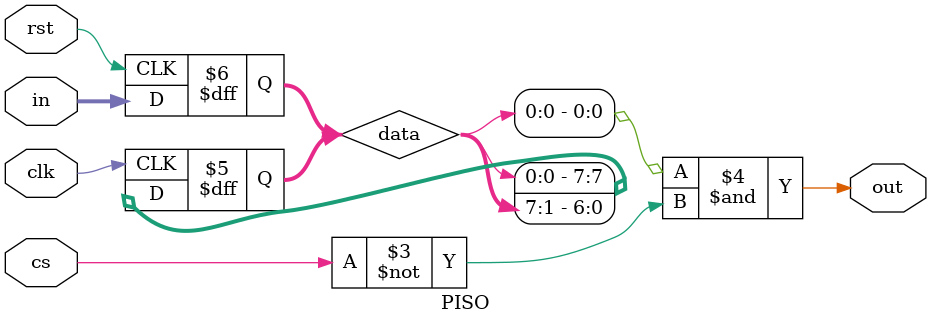
<source format=v>
module SPI_slave (sck,MISO,MOSI,cs);

    input wire sck,MOSI,cs;
    output wire MISO;

    reg[7:0] tx_data,rx_mem,tx_mem;
    wire[7:0] rx_data;
    reg rst,rx_done;
    wire out;
    SIPO Rx_buf (sck,rst,MOSI,rx_data,cs);
    PISO Tx_buf (sck,rst,tx_data,out,cs);

    reg [1:0] PS,NS;
    parameter Ideal =2'b00, Trans =2'b01, _end = 2'b10;

    initial begin
        PS<=2'b00;
        NS<=2'b00;
    end

    always @(posedge sck or cs) begin
        case (PS)        
            Ideal: begin
                if (cs == 1'b0) begin
                    tx_data <= tx_mem;
                    rst <=1'b0;
                    NS<=Trans;
                end
                else begin
                    NS <= Ideal;
                end
            end
            Trans: begin
                rst <= 1'b1;
                rx_done <= 1'b0;

                if (cs == 1'b0) begin
                    NS<=Trans;
                end
                else begin
                    NS<=_end;
                end
            end
            _end:
                begin
                    NS<=2'b00;  
                end
                
            default:
                NS<=Ideal;
        endcase
        PS<=NS;
    end

    always@(posedge cs) begin
        rx_done <=1'b1;
        rx_mem <= rx_data;
    end
    assign MISO = out & ~cs;
endmodule

module SIPO(clk,rst,in,out,cs);

    input wire clk,in,rst,cs;
    output wire[7:0] out;
    reg[7:0] data;

    always @(negedge rst) begin
        data<= 8'b0000_0000;
    end

    always @(posedge clk ) begin
        if (~cs) begin
            data <= {in,data[7:1]};
        end
    end

    assign out = data;
endmodule

module PISO(clk,rst,in,out,cs);

    input wire clk,rst,cs;
    input wire[7:0] in;

    output wire out;

    reg[7:0] data;

    always @(negedge rst) begin
        data<= in;
    end

    always @(posedge clk ) begin
        data <= {data[0],data[7:1]};
    end
    
    assign out = data[0]& ~cs;

endmodule
</source>
